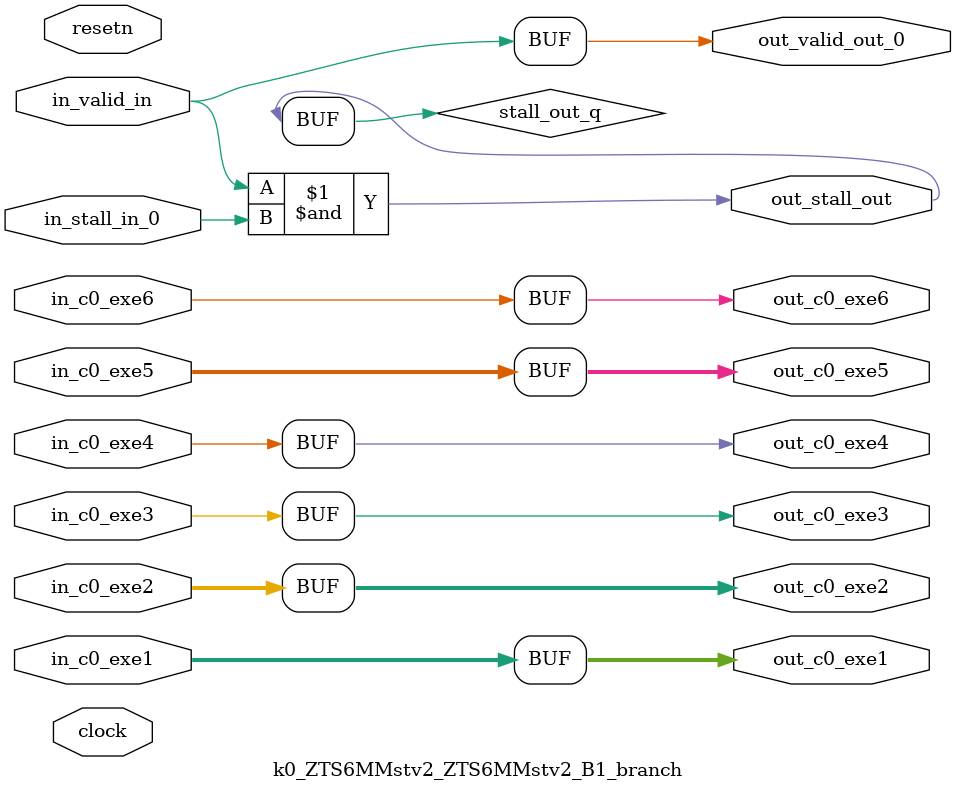
<source format=sv>



(* altera_attribute = "-name AUTO_SHIFT_REGISTER_RECOGNITION OFF; -name MESSAGE_DISABLE 10036; -name MESSAGE_DISABLE 10037; -name MESSAGE_DISABLE 14130; -name MESSAGE_DISABLE 14320; -name MESSAGE_DISABLE 15400; -name MESSAGE_DISABLE 14130; -name MESSAGE_DISABLE 10036; -name MESSAGE_DISABLE 12020; -name MESSAGE_DISABLE 12030; -name MESSAGE_DISABLE 12010; -name MESSAGE_DISABLE 12110; -name MESSAGE_DISABLE 14320; -name MESSAGE_DISABLE 13410; -name MESSAGE_DISABLE 113007; -name MESSAGE_DISABLE 10958" *)
module k0_ZTS6MMstv2_ZTS6MMstv2_B1_branch (
    input wire [63:0] in_c0_exe1,
    input wire [63:0] in_c0_exe2,
    input wire [0:0] in_c0_exe3,
    input wire [0:0] in_c0_exe4,
    input wire [63:0] in_c0_exe5,
    input wire [0:0] in_c0_exe6,
    input wire [0:0] in_stall_in_0,
    input wire [0:0] in_valid_in,
    output wire [63:0] out_c0_exe1,
    output wire [63:0] out_c0_exe2,
    output wire [0:0] out_c0_exe3,
    output wire [0:0] out_c0_exe4,
    output wire [63:0] out_c0_exe5,
    output wire [0:0] out_c0_exe6,
    output wire [0:0] out_stall_out,
    output wire [0:0] out_valid_out_0,
    input wire clock,
    input wire resetn
    );

    wire [0:0] stall_out_q;


    // out_c0_exe1(GPOUT,10)
    assign out_c0_exe1 = in_c0_exe1;

    // out_c0_exe2(GPOUT,11)
    assign out_c0_exe2 = in_c0_exe2;

    // out_c0_exe3(GPOUT,12)
    assign out_c0_exe3 = in_c0_exe3;

    // out_c0_exe4(GPOUT,13)
    assign out_c0_exe4 = in_c0_exe4;

    // out_c0_exe5(GPOUT,14)
    assign out_c0_exe5 = in_c0_exe5;

    // out_c0_exe6(GPOUT,15)
    assign out_c0_exe6 = in_c0_exe6;

    // stall_out(LOGICAL,18)
    assign stall_out_q = in_valid_in & in_stall_in_0;

    // out_stall_out(GPOUT,16)
    assign out_stall_out = stall_out_q;

    // out_valid_out_0(GPOUT,17)
    assign out_valid_out_0 = in_valid_in;

endmodule

</source>
